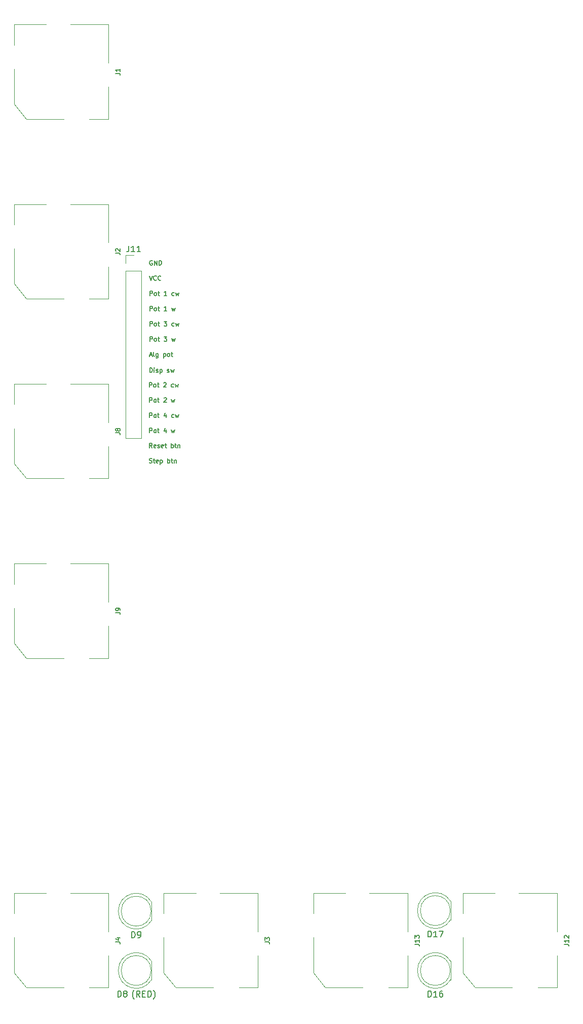
<source format=gbr>
%TF.GenerationSoftware,KiCad,Pcbnew,5.1.12-84ad8e8a86~92~ubuntu20.04.1*%
%TF.CreationDate,2021-11-13T16:11:19-05:00*%
%TF.ProjectId,gearseq,67656172-7365-4712-9e6b-696361645f70,rev?*%
%TF.SameCoordinates,Original*%
%TF.FileFunction,Legend,Top*%
%TF.FilePolarity,Positive*%
%FSLAX46Y46*%
G04 Gerber Fmt 4.6, Leading zero omitted, Abs format (unit mm)*
G04 Created by KiCad (PCBNEW 5.1.12-84ad8e8a86~92~ubuntu20.04.1) date 2021-11-13 16:11:19*
%MOMM*%
%LPD*%
G01*
G04 APERTURE LIST*
%ADD10C,0.150000*%
%ADD11C,0.120000*%
G04 APERTURE END LIST*
D10*
X50234557Y-97223571D02*
X50341700Y-97259285D01*
X50520271Y-97259285D01*
X50591700Y-97223571D01*
X50627414Y-97187857D01*
X50663128Y-97116428D01*
X50663128Y-97045000D01*
X50627414Y-96973571D01*
X50591700Y-96937857D01*
X50520271Y-96902142D01*
X50377414Y-96866428D01*
X50305985Y-96830714D01*
X50270271Y-96795000D01*
X50234557Y-96723571D01*
X50234557Y-96652142D01*
X50270271Y-96580714D01*
X50305985Y-96545000D01*
X50377414Y-96509285D01*
X50555985Y-96509285D01*
X50663128Y-96545000D01*
X50877414Y-96759285D02*
X51163128Y-96759285D01*
X50984557Y-96509285D02*
X50984557Y-97152142D01*
X51020271Y-97223571D01*
X51091700Y-97259285D01*
X51163128Y-97259285D01*
X51698842Y-97223571D02*
X51627414Y-97259285D01*
X51484557Y-97259285D01*
X51413128Y-97223571D01*
X51377414Y-97152142D01*
X51377414Y-96866428D01*
X51413128Y-96795000D01*
X51484557Y-96759285D01*
X51627414Y-96759285D01*
X51698842Y-96795000D01*
X51734557Y-96866428D01*
X51734557Y-96937857D01*
X51377414Y-97009285D01*
X52055985Y-96759285D02*
X52055985Y-97509285D01*
X52055985Y-96795000D02*
X52127414Y-96759285D01*
X52270271Y-96759285D01*
X52341700Y-96795000D01*
X52377414Y-96830714D01*
X52413128Y-96902142D01*
X52413128Y-97116428D01*
X52377414Y-97187857D01*
X52341700Y-97223571D01*
X52270271Y-97259285D01*
X52127414Y-97259285D01*
X52055985Y-97223571D01*
X53305985Y-97259285D02*
X53305985Y-96509285D01*
X53305985Y-96795000D02*
X53377414Y-96759285D01*
X53520271Y-96759285D01*
X53591700Y-96795000D01*
X53627414Y-96830714D01*
X53663128Y-96902142D01*
X53663128Y-97116428D01*
X53627414Y-97187857D01*
X53591700Y-97223571D01*
X53520271Y-97259285D01*
X53377414Y-97259285D01*
X53305985Y-97223571D01*
X53877414Y-96759285D02*
X54163128Y-96759285D01*
X53984557Y-96509285D02*
X53984557Y-97152142D01*
X54020271Y-97223571D01*
X54091700Y-97259285D01*
X54163128Y-97259285D01*
X54413128Y-96759285D02*
X54413128Y-97259285D01*
X54413128Y-96830714D02*
X54448842Y-96795000D01*
X54520271Y-96759285D01*
X54627414Y-96759285D01*
X54698842Y-96795000D01*
X54734557Y-96866428D01*
X54734557Y-97259285D01*
X50698842Y-94719285D02*
X50448842Y-94362142D01*
X50270271Y-94719285D02*
X50270271Y-93969285D01*
X50555985Y-93969285D01*
X50627414Y-94005000D01*
X50663128Y-94040714D01*
X50698842Y-94112142D01*
X50698842Y-94219285D01*
X50663128Y-94290714D01*
X50627414Y-94326428D01*
X50555985Y-94362142D01*
X50270271Y-94362142D01*
X51305985Y-94683571D02*
X51234557Y-94719285D01*
X51091700Y-94719285D01*
X51020271Y-94683571D01*
X50984557Y-94612142D01*
X50984557Y-94326428D01*
X51020271Y-94255000D01*
X51091700Y-94219285D01*
X51234557Y-94219285D01*
X51305985Y-94255000D01*
X51341700Y-94326428D01*
X51341700Y-94397857D01*
X50984557Y-94469285D01*
X51627414Y-94683571D02*
X51698842Y-94719285D01*
X51841700Y-94719285D01*
X51913128Y-94683571D01*
X51948842Y-94612142D01*
X51948842Y-94576428D01*
X51913128Y-94505000D01*
X51841700Y-94469285D01*
X51734557Y-94469285D01*
X51663128Y-94433571D01*
X51627414Y-94362142D01*
X51627414Y-94326428D01*
X51663128Y-94255000D01*
X51734557Y-94219285D01*
X51841700Y-94219285D01*
X51913128Y-94255000D01*
X52555985Y-94683571D02*
X52484557Y-94719285D01*
X52341700Y-94719285D01*
X52270271Y-94683571D01*
X52234557Y-94612142D01*
X52234557Y-94326428D01*
X52270271Y-94255000D01*
X52341700Y-94219285D01*
X52484557Y-94219285D01*
X52555985Y-94255000D01*
X52591700Y-94326428D01*
X52591700Y-94397857D01*
X52234557Y-94469285D01*
X52805985Y-94219285D02*
X53091700Y-94219285D01*
X52913128Y-93969285D02*
X52913128Y-94612142D01*
X52948842Y-94683571D01*
X53020271Y-94719285D01*
X53091700Y-94719285D01*
X53913128Y-94719285D02*
X53913128Y-93969285D01*
X53913128Y-94255000D02*
X53984557Y-94219285D01*
X54127414Y-94219285D01*
X54198842Y-94255000D01*
X54234557Y-94290714D01*
X54270271Y-94362142D01*
X54270271Y-94576428D01*
X54234557Y-94647857D01*
X54198842Y-94683571D01*
X54127414Y-94719285D01*
X53984557Y-94719285D01*
X53913128Y-94683571D01*
X54484557Y-94219285D02*
X54770271Y-94219285D01*
X54591700Y-93969285D02*
X54591700Y-94612142D01*
X54627414Y-94683571D01*
X54698842Y-94719285D01*
X54770271Y-94719285D01*
X55020271Y-94219285D02*
X55020271Y-94719285D01*
X55020271Y-94290714D02*
X55055985Y-94255000D01*
X55127414Y-94219285D01*
X55234557Y-94219285D01*
X55305985Y-94255000D01*
X55341700Y-94326428D01*
X55341700Y-94719285D01*
X50289071Y-82146285D02*
X50289071Y-81396285D01*
X50467642Y-81396285D01*
X50574785Y-81432000D01*
X50646214Y-81503428D01*
X50681928Y-81574857D01*
X50717642Y-81717714D01*
X50717642Y-81824857D01*
X50681928Y-81967714D01*
X50646214Y-82039142D01*
X50574785Y-82110571D01*
X50467642Y-82146285D01*
X50289071Y-82146285D01*
X51039071Y-82146285D02*
X51039071Y-81646285D01*
X51039071Y-81396285D02*
X51003357Y-81432000D01*
X51039071Y-81467714D01*
X51074785Y-81432000D01*
X51039071Y-81396285D01*
X51039071Y-81467714D01*
X51360500Y-82110571D02*
X51431928Y-82146285D01*
X51574785Y-82146285D01*
X51646214Y-82110571D01*
X51681928Y-82039142D01*
X51681928Y-82003428D01*
X51646214Y-81932000D01*
X51574785Y-81896285D01*
X51467642Y-81896285D01*
X51396214Y-81860571D01*
X51360500Y-81789142D01*
X51360500Y-81753428D01*
X51396214Y-81682000D01*
X51467642Y-81646285D01*
X51574785Y-81646285D01*
X51646214Y-81682000D01*
X52003357Y-81646285D02*
X52003357Y-82396285D01*
X52003357Y-81682000D02*
X52074785Y-81646285D01*
X52217642Y-81646285D01*
X52289071Y-81682000D01*
X52324785Y-81717714D01*
X52360500Y-81789142D01*
X52360500Y-82003428D01*
X52324785Y-82074857D01*
X52289071Y-82110571D01*
X52217642Y-82146285D01*
X52074785Y-82146285D01*
X52003357Y-82110571D01*
X53217642Y-82110571D02*
X53289071Y-82146285D01*
X53431928Y-82146285D01*
X53503357Y-82110571D01*
X53539071Y-82039142D01*
X53539071Y-82003428D01*
X53503357Y-81932000D01*
X53431928Y-81896285D01*
X53324785Y-81896285D01*
X53253357Y-81860571D01*
X53217642Y-81789142D01*
X53217642Y-81753428D01*
X53253357Y-81682000D01*
X53324785Y-81646285D01*
X53431928Y-81646285D01*
X53503357Y-81682000D01*
X53789071Y-81646285D02*
X53931928Y-82146285D01*
X54074785Y-81789142D01*
X54217642Y-82146285D01*
X54360500Y-81646285D01*
X47706561Y-186789533D02*
X47658942Y-186741914D01*
X47563704Y-186599057D01*
X47516085Y-186503819D01*
X47468466Y-186360961D01*
X47420847Y-186122866D01*
X47420847Y-185932390D01*
X47468466Y-185694295D01*
X47516085Y-185551438D01*
X47563704Y-185456200D01*
X47658942Y-185313342D01*
X47706561Y-185265723D01*
X48658942Y-186408580D02*
X48325609Y-185932390D01*
X48087514Y-186408580D02*
X48087514Y-185408580D01*
X48468466Y-185408580D01*
X48563704Y-185456200D01*
X48611323Y-185503819D01*
X48658942Y-185599057D01*
X48658942Y-185741914D01*
X48611323Y-185837152D01*
X48563704Y-185884771D01*
X48468466Y-185932390D01*
X48087514Y-185932390D01*
X49087514Y-185884771D02*
X49420847Y-185884771D01*
X49563704Y-186408580D02*
X49087514Y-186408580D01*
X49087514Y-185408580D01*
X49563704Y-185408580D01*
X49992276Y-186408580D02*
X49992276Y-185408580D01*
X50230371Y-185408580D01*
X50373228Y-185456200D01*
X50468466Y-185551438D01*
X50516085Y-185646676D01*
X50563704Y-185837152D01*
X50563704Y-185980009D01*
X50516085Y-186170485D01*
X50468466Y-186265723D01*
X50373228Y-186360961D01*
X50230371Y-186408580D01*
X49992276Y-186408580D01*
X50897038Y-186789533D02*
X50944657Y-186741914D01*
X51039895Y-186599057D01*
X51087514Y-186503819D01*
X51135133Y-186360961D01*
X51182752Y-186122866D01*
X51182752Y-185932390D01*
X51135133Y-185694295D01*
X51087514Y-185551438D01*
X51039895Y-185456200D01*
X50944657Y-185313342D01*
X50897038Y-185265723D01*
X50238271Y-84622785D02*
X50238271Y-83872785D01*
X50523985Y-83872785D01*
X50595414Y-83908500D01*
X50631128Y-83944214D01*
X50666842Y-84015642D01*
X50666842Y-84122785D01*
X50631128Y-84194214D01*
X50595414Y-84229928D01*
X50523985Y-84265642D01*
X50238271Y-84265642D01*
X51095414Y-84622785D02*
X51023985Y-84587071D01*
X50988271Y-84551357D01*
X50952557Y-84479928D01*
X50952557Y-84265642D01*
X50988271Y-84194214D01*
X51023985Y-84158500D01*
X51095414Y-84122785D01*
X51202557Y-84122785D01*
X51273985Y-84158500D01*
X51309700Y-84194214D01*
X51345414Y-84265642D01*
X51345414Y-84479928D01*
X51309700Y-84551357D01*
X51273985Y-84587071D01*
X51202557Y-84622785D01*
X51095414Y-84622785D01*
X51559700Y-84122785D02*
X51845414Y-84122785D01*
X51666842Y-83872785D02*
X51666842Y-84515642D01*
X51702557Y-84587071D01*
X51773985Y-84622785D01*
X51845414Y-84622785D01*
X52631128Y-83944214D02*
X52666842Y-83908500D01*
X52738271Y-83872785D01*
X52916842Y-83872785D01*
X52988271Y-83908500D01*
X53023985Y-83944214D01*
X53059700Y-84015642D01*
X53059700Y-84087071D01*
X53023985Y-84194214D01*
X52595414Y-84622785D01*
X53059700Y-84622785D01*
X54273985Y-84587071D02*
X54202557Y-84622785D01*
X54059700Y-84622785D01*
X53988271Y-84587071D01*
X53952557Y-84551357D01*
X53916842Y-84479928D01*
X53916842Y-84265642D01*
X53952557Y-84194214D01*
X53988271Y-84158500D01*
X54059700Y-84122785D01*
X54202557Y-84122785D01*
X54273985Y-84158500D01*
X54523985Y-84122785D02*
X54666842Y-84622785D01*
X54809700Y-84265642D01*
X54952557Y-84622785D01*
X55095414Y-84122785D01*
X50321071Y-74399285D02*
X50321071Y-73649285D01*
X50606785Y-73649285D01*
X50678214Y-73685000D01*
X50713928Y-73720714D01*
X50749642Y-73792142D01*
X50749642Y-73899285D01*
X50713928Y-73970714D01*
X50678214Y-74006428D01*
X50606785Y-74042142D01*
X50321071Y-74042142D01*
X51178214Y-74399285D02*
X51106785Y-74363571D01*
X51071071Y-74327857D01*
X51035357Y-74256428D01*
X51035357Y-74042142D01*
X51071071Y-73970714D01*
X51106785Y-73935000D01*
X51178214Y-73899285D01*
X51285357Y-73899285D01*
X51356785Y-73935000D01*
X51392500Y-73970714D01*
X51428214Y-74042142D01*
X51428214Y-74256428D01*
X51392500Y-74327857D01*
X51356785Y-74363571D01*
X51285357Y-74399285D01*
X51178214Y-74399285D01*
X51642500Y-73899285D02*
X51928214Y-73899285D01*
X51749642Y-73649285D02*
X51749642Y-74292142D01*
X51785357Y-74363571D01*
X51856785Y-74399285D01*
X51928214Y-74399285D01*
X52678214Y-73649285D02*
X53142500Y-73649285D01*
X52892500Y-73935000D01*
X52999642Y-73935000D01*
X53071071Y-73970714D01*
X53106785Y-74006428D01*
X53142500Y-74077857D01*
X53142500Y-74256428D01*
X53106785Y-74327857D01*
X53071071Y-74363571D01*
X52999642Y-74399285D01*
X52785357Y-74399285D01*
X52713928Y-74363571D01*
X52678214Y-74327857D01*
X54356785Y-74363571D02*
X54285357Y-74399285D01*
X54142500Y-74399285D01*
X54071071Y-74363571D01*
X54035357Y-74327857D01*
X53999642Y-74256428D01*
X53999642Y-74042142D01*
X54035357Y-73970714D01*
X54071071Y-73935000D01*
X54142500Y-73899285D01*
X54285357Y-73899285D01*
X54356785Y-73935000D01*
X54606785Y-73899285D02*
X54749642Y-74399285D01*
X54892500Y-74042142D01*
X55035357Y-74399285D01*
X55178214Y-73899285D01*
X50321071Y-69319285D02*
X50321071Y-68569285D01*
X50606785Y-68569285D01*
X50678214Y-68605000D01*
X50713928Y-68640714D01*
X50749642Y-68712142D01*
X50749642Y-68819285D01*
X50713928Y-68890714D01*
X50678214Y-68926428D01*
X50606785Y-68962142D01*
X50321071Y-68962142D01*
X51178214Y-69319285D02*
X51106785Y-69283571D01*
X51071071Y-69247857D01*
X51035357Y-69176428D01*
X51035357Y-68962142D01*
X51071071Y-68890714D01*
X51106785Y-68855000D01*
X51178214Y-68819285D01*
X51285357Y-68819285D01*
X51356785Y-68855000D01*
X51392500Y-68890714D01*
X51428214Y-68962142D01*
X51428214Y-69176428D01*
X51392500Y-69247857D01*
X51356785Y-69283571D01*
X51285357Y-69319285D01*
X51178214Y-69319285D01*
X51642500Y-68819285D02*
X51928214Y-68819285D01*
X51749642Y-68569285D02*
X51749642Y-69212142D01*
X51785357Y-69283571D01*
X51856785Y-69319285D01*
X51928214Y-69319285D01*
X53142500Y-69319285D02*
X52713928Y-69319285D01*
X52928214Y-69319285D02*
X52928214Y-68569285D01*
X52856785Y-68676428D01*
X52785357Y-68747857D01*
X52713928Y-68783571D01*
X54356785Y-69283571D02*
X54285357Y-69319285D01*
X54142500Y-69319285D01*
X54071071Y-69283571D01*
X54035357Y-69247857D01*
X53999642Y-69176428D01*
X53999642Y-68962142D01*
X54035357Y-68890714D01*
X54071071Y-68855000D01*
X54142500Y-68819285D01*
X54285357Y-68819285D01*
X54356785Y-68855000D01*
X54606785Y-68819285D02*
X54749642Y-69319285D01*
X54892500Y-68962142D01*
X55035357Y-69319285D01*
X55178214Y-68819285D01*
X50213928Y-66029285D02*
X50463928Y-66779285D01*
X50713928Y-66029285D01*
X51392500Y-66707857D02*
X51356785Y-66743571D01*
X51249642Y-66779285D01*
X51178214Y-66779285D01*
X51071071Y-66743571D01*
X50999642Y-66672142D01*
X50963928Y-66600714D01*
X50928214Y-66457857D01*
X50928214Y-66350714D01*
X50963928Y-66207857D01*
X50999642Y-66136428D01*
X51071071Y-66065000D01*
X51178214Y-66029285D01*
X51249642Y-66029285D01*
X51356785Y-66065000D01*
X51392500Y-66100714D01*
X52142500Y-66707857D02*
X52106785Y-66743571D01*
X51999642Y-66779285D01*
X51928214Y-66779285D01*
X51821071Y-66743571D01*
X51749642Y-66672142D01*
X51713928Y-66600714D01*
X51678214Y-66457857D01*
X51678214Y-66350714D01*
X51713928Y-66207857D01*
X51749642Y-66136428D01*
X51821071Y-66065000D01*
X51928214Y-66029285D01*
X51999642Y-66029285D01*
X52106785Y-66065000D01*
X52142500Y-66100714D01*
X50321071Y-76939285D02*
X50321071Y-76189285D01*
X50606785Y-76189285D01*
X50678214Y-76225000D01*
X50713928Y-76260714D01*
X50749642Y-76332142D01*
X50749642Y-76439285D01*
X50713928Y-76510714D01*
X50678214Y-76546428D01*
X50606785Y-76582142D01*
X50321071Y-76582142D01*
X51178214Y-76939285D02*
X51106785Y-76903571D01*
X51071071Y-76867857D01*
X51035357Y-76796428D01*
X51035357Y-76582142D01*
X51071071Y-76510714D01*
X51106785Y-76475000D01*
X51178214Y-76439285D01*
X51285357Y-76439285D01*
X51356785Y-76475000D01*
X51392500Y-76510714D01*
X51428214Y-76582142D01*
X51428214Y-76796428D01*
X51392500Y-76867857D01*
X51356785Y-76903571D01*
X51285357Y-76939285D01*
X51178214Y-76939285D01*
X51642500Y-76439285D02*
X51928214Y-76439285D01*
X51749642Y-76189285D02*
X51749642Y-76832142D01*
X51785357Y-76903571D01*
X51856785Y-76939285D01*
X51928214Y-76939285D01*
X52678214Y-76189285D02*
X53142500Y-76189285D01*
X52892500Y-76475000D01*
X52999642Y-76475000D01*
X53071071Y-76510714D01*
X53106785Y-76546428D01*
X53142500Y-76617857D01*
X53142500Y-76796428D01*
X53106785Y-76867857D01*
X53071071Y-76903571D01*
X52999642Y-76939285D01*
X52785357Y-76939285D01*
X52713928Y-76903571D01*
X52678214Y-76867857D01*
X53963928Y-76439285D02*
X54106785Y-76939285D01*
X54249642Y-76582142D01*
X54392500Y-76939285D01*
X54535357Y-76439285D01*
X50270271Y-87162785D02*
X50270271Y-86412785D01*
X50555985Y-86412785D01*
X50627414Y-86448500D01*
X50663128Y-86484214D01*
X50698842Y-86555642D01*
X50698842Y-86662785D01*
X50663128Y-86734214D01*
X50627414Y-86769928D01*
X50555985Y-86805642D01*
X50270271Y-86805642D01*
X51127414Y-87162785D02*
X51055985Y-87127071D01*
X51020271Y-87091357D01*
X50984557Y-87019928D01*
X50984557Y-86805642D01*
X51020271Y-86734214D01*
X51055985Y-86698500D01*
X51127414Y-86662785D01*
X51234557Y-86662785D01*
X51305985Y-86698500D01*
X51341700Y-86734214D01*
X51377414Y-86805642D01*
X51377414Y-87019928D01*
X51341700Y-87091357D01*
X51305985Y-87127071D01*
X51234557Y-87162785D01*
X51127414Y-87162785D01*
X51591700Y-86662785D02*
X51877414Y-86662785D01*
X51698842Y-86412785D02*
X51698842Y-87055642D01*
X51734557Y-87127071D01*
X51805985Y-87162785D01*
X51877414Y-87162785D01*
X52663128Y-86484214D02*
X52698842Y-86448500D01*
X52770271Y-86412785D01*
X52948842Y-86412785D01*
X53020271Y-86448500D01*
X53055985Y-86484214D01*
X53091700Y-86555642D01*
X53091700Y-86627071D01*
X53055985Y-86734214D01*
X52627414Y-87162785D01*
X53091700Y-87162785D01*
X53913128Y-86662785D02*
X54055985Y-87162785D01*
X54198842Y-86805642D01*
X54341700Y-87162785D01*
X54484557Y-86662785D01*
X50285357Y-79265000D02*
X50642500Y-79265000D01*
X50213928Y-79479285D02*
X50463928Y-78729285D01*
X50713928Y-79479285D01*
X51071071Y-79479285D02*
X50999642Y-79443571D01*
X50963928Y-79372142D01*
X50963928Y-78729285D01*
X51678214Y-78979285D02*
X51678214Y-79586428D01*
X51642500Y-79657857D01*
X51606785Y-79693571D01*
X51535357Y-79729285D01*
X51428214Y-79729285D01*
X51356785Y-79693571D01*
X51678214Y-79443571D02*
X51606785Y-79479285D01*
X51463928Y-79479285D01*
X51392500Y-79443571D01*
X51356785Y-79407857D01*
X51321071Y-79336428D01*
X51321071Y-79122142D01*
X51356785Y-79050714D01*
X51392500Y-79015000D01*
X51463928Y-78979285D01*
X51606785Y-78979285D01*
X51678214Y-79015000D01*
X52606785Y-78979285D02*
X52606785Y-79729285D01*
X52606785Y-79015000D02*
X52678214Y-78979285D01*
X52821071Y-78979285D01*
X52892500Y-79015000D01*
X52928214Y-79050714D01*
X52963928Y-79122142D01*
X52963928Y-79336428D01*
X52928214Y-79407857D01*
X52892500Y-79443571D01*
X52821071Y-79479285D01*
X52678214Y-79479285D01*
X52606785Y-79443571D01*
X53392500Y-79479285D02*
X53321071Y-79443571D01*
X53285357Y-79407857D01*
X53249642Y-79336428D01*
X53249642Y-79122142D01*
X53285357Y-79050714D01*
X53321071Y-79015000D01*
X53392500Y-78979285D01*
X53499642Y-78979285D01*
X53571071Y-79015000D01*
X53606785Y-79050714D01*
X53642500Y-79122142D01*
X53642500Y-79336428D01*
X53606785Y-79407857D01*
X53571071Y-79443571D01*
X53499642Y-79479285D01*
X53392500Y-79479285D01*
X53856785Y-78979285D02*
X54142500Y-78979285D01*
X53963928Y-78729285D02*
X53963928Y-79372142D01*
X53999642Y-79443571D01*
X54071071Y-79479285D01*
X54142500Y-79479285D01*
X50270271Y-92242785D02*
X50270271Y-91492785D01*
X50555985Y-91492785D01*
X50627414Y-91528500D01*
X50663128Y-91564214D01*
X50698842Y-91635642D01*
X50698842Y-91742785D01*
X50663128Y-91814214D01*
X50627414Y-91849928D01*
X50555985Y-91885642D01*
X50270271Y-91885642D01*
X51127414Y-92242785D02*
X51055985Y-92207071D01*
X51020271Y-92171357D01*
X50984557Y-92099928D01*
X50984557Y-91885642D01*
X51020271Y-91814214D01*
X51055985Y-91778500D01*
X51127414Y-91742785D01*
X51234557Y-91742785D01*
X51305985Y-91778500D01*
X51341700Y-91814214D01*
X51377414Y-91885642D01*
X51377414Y-92099928D01*
X51341700Y-92171357D01*
X51305985Y-92207071D01*
X51234557Y-92242785D01*
X51127414Y-92242785D01*
X51591700Y-91742785D02*
X51877414Y-91742785D01*
X51698842Y-91492785D02*
X51698842Y-92135642D01*
X51734557Y-92207071D01*
X51805985Y-92242785D01*
X51877414Y-92242785D01*
X53020271Y-91742785D02*
X53020271Y-92242785D01*
X52841700Y-91457071D02*
X52663128Y-91992785D01*
X53127414Y-91992785D01*
X53913128Y-91742785D02*
X54055985Y-92242785D01*
X54198842Y-91885642D01*
X54341700Y-92242785D01*
X54484557Y-91742785D01*
X50321071Y-71859285D02*
X50321071Y-71109285D01*
X50606785Y-71109285D01*
X50678214Y-71145000D01*
X50713928Y-71180714D01*
X50749642Y-71252142D01*
X50749642Y-71359285D01*
X50713928Y-71430714D01*
X50678214Y-71466428D01*
X50606785Y-71502142D01*
X50321071Y-71502142D01*
X51178214Y-71859285D02*
X51106785Y-71823571D01*
X51071071Y-71787857D01*
X51035357Y-71716428D01*
X51035357Y-71502142D01*
X51071071Y-71430714D01*
X51106785Y-71395000D01*
X51178214Y-71359285D01*
X51285357Y-71359285D01*
X51356785Y-71395000D01*
X51392500Y-71430714D01*
X51428214Y-71502142D01*
X51428214Y-71716428D01*
X51392500Y-71787857D01*
X51356785Y-71823571D01*
X51285357Y-71859285D01*
X51178214Y-71859285D01*
X51642500Y-71359285D02*
X51928214Y-71359285D01*
X51749642Y-71109285D02*
X51749642Y-71752142D01*
X51785357Y-71823571D01*
X51856785Y-71859285D01*
X51928214Y-71859285D01*
X53142500Y-71859285D02*
X52713928Y-71859285D01*
X52928214Y-71859285D02*
X52928214Y-71109285D01*
X52856785Y-71216428D01*
X52785357Y-71287857D01*
X52713928Y-71323571D01*
X53963928Y-71359285D02*
X54106785Y-71859285D01*
X54249642Y-71502142D01*
X54392500Y-71859285D01*
X54535357Y-71359285D01*
X50713928Y-63525000D02*
X50642500Y-63489285D01*
X50535357Y-63489285D01*
X50428214Y-63525000D01*
X50356785Y-63596428D01*
X50321071Y-63667857D01*
X50285357Y-63810714D01*
X50285357Y-63917857D01*
X50321071Y-64060714D01*
X50356785Y-64132142D01*
X50428214Y-64203571D01*
X50535357Y-64239285D01*
X50606785Y-64239285D01*
X50713928Y-64203571D01*
X50749642Y-64167857D01*
X50749642Y-63917857D01*
X50606785Y-63917857D01*
X51071071Y-64239285D02*
X51071071Y-63489285D01*
X51499642Y-64239285D01*
X51499642Y-63489285D01*
X51856785Y-64239285D02*
X51856785Y-63489285D01*
X52035357Y-63489285D01*
X52142500Y-63525000D01*
X52213928Y-63596428D01*
X52249642Y-63667857D01*
X52285357Y-63810714D01*
X52285357Y-63917857D01*
X52249642Y-64060714D01*
X52213928Y-64132142D01*
X52142500Y-64203571D01*
X52035357Y-64239285D01*
X51856785Y-64239285D01*
X50270271Y-89702785D02*
X50270271Y-88952785D01*
X50555985Y-88952785D01*
X50627414Y-88988500D01*
X50663128Y-89024214D01*
X50698842Y-89095642D01*
X50698842Y-89202785D01*
X50663128Y-89274214D01*
X50627414Y-89309928D01*
X50555985Y-89345642D01*
X50270271Y-89345642D01*
X51127414Y-89702785D02*
X51055985Y-89667071D01*
X51020271Y-89631357D01*
X50984557Y-89559928D01*
X50984557Y-89345642D01*
X51020271Y-89274214D01*
X51055985Y-89238500D01*
X51127414Y-89202785D01*
X51234557Y-89202785D01*
X51305985Y-89238500D01*
X51341700Y-89274214D01*
X51377414Y-89345642D01*
X51377414Y-89559928D01*
X51341700Y-89631357D01*
X51305985Y-89667071D01*
X51234557Y-89702785D01*
X51127414Y-89702785D01*
X51591700Y-89202785D02*
X51877414Y-89202785D01*
X51698842Y-88952785D02*
X51698842Y-89595642D01*
X51734557Y-89667071D01*
X51805985Y-89702785D01*
X51877414Y-89702785D01*
X53020271Y-89202785D02*
X53020271Y-89702785D01*
X52841700Y-88917071D02*
X52663128Y-89452785D01*
X53127414Y-89452785D01*
X54305985Y-89667071D02*
X54234557Y-89702785D01*
X54091700Y-89702785D01*
X54020271Y-89667071D01*
X53984557Y-89631357D01*
X53948842Y-89559928D01*
X53948842Y-89345642D01*
X53984557Y-89274214D01*
X54020271Y-89238500D01*
X54091700Y-89202785D01*
X54234557Y-89202785D01*
X54305985Y-89238500D01*
X54555985Y-89202785D02*
X54698842Y-89702785D01*
X54841700Y-89345642D01*
X54984557Y-89702785D01*
X55127414Y-89202785D01*
D11*
%TO.C,J11*%
X46270000Y-93170000D02*
X48930000Y-93170000D01*
X46270000Y-65170000D02*
X46270000Y-93170000D01*
X48930000Y-65170000D02*
X48930000Y-93170000D01*
X46270000Y-65170000D02*
X48930000Y-65170000D01*
X46270000Y-63900000D02*
X46270000Y-62570000D01*
X46270000Y-62570000D02*
X47600000Y-62570000D01*
%TO.C,J9*%
X43400000Y-129850000D02*
X40200000Y-129850000D01*
X29650000Y-129850000D02*
X27650000Y-127350000D01*
X27650000Y-117500000D02*
X27650000Y-114100000D01*
X27650000Y-114100000D02*
X33000000Y-114100000D01*
X43400000Y-124500000D02*
X43400000Y-129850000D01*
X27650000Y-127350000D02*
X27650000Y-121500000D01*
X35900000Y-129850000D02*
X29700000Y-129850000D01*
X29700000Y-129850000D02*
X29650000Y-129850000D01*
X43400000Y-114100000D02*
X43400000Y-120500000D01*
X37000000Y-114100000D02*
X43400000Y-114100000D01*
%TO.C,J8*%
X43400000Y-99850000D02*
X40200000Y-99850000D01*
X29650000Y-99850000D02*
X27650000Y-97350000D01*
X27650000Y-87500000D02*
X27650000Y-84100000D01*
X27650000Y-84100000D02*
X33000000Y-84100000D01*
X43400000Y-94500000D02*
X43400000Y-99850000D01*
X27650000Y-97350000D02*
X27650000Y-91500000D01*
X35900000Y-99850000D02*
X29700000Y-99850000D01*
X29700000Y-99850000D02*
X29650000Y-99850000D01*
X43400000Y-84100000D02*
X43400000Y-90500000D01*
X37000000Y-84100000D02*
X43400000Y-84100000D01*
%TO.C,J13*%
X93400000Y-184850000D02*
X90200000Y-184850000D01*
X79650000Y-184850000D02*
X77650000Y-182350000D01*
X77650000Y-172500000D02*
X77650000Y-169100000D01*
X77650000Y-169100000D02*
X83000000Y-169100000D01*
X93400000Y-179500000D02*
X93400000Y-184850000D01*
X77650000Y-182350000D02*
X77650000Y-176500000D01*
X85900000Y-184850000D02*
X79700000Y-184850000D01*
X79700000Y-184850000D02*
X79650000Y-184850000D01*
X93400000Y-169100000D02*
X93400000Y-175500000D01*
X87000000Y-169100000D02*
X93400000Y-169100000D01*
%TO.C,J12*%
X118400000Y-184850000D02*
X115200000Y-184850000D01*
X104650000Y-184850000D02*
X102650000Y-182350000D01*
X102650000Y-172500000D02*
X102650000Y-169100000D01*
X102650000Y-169100000D02*
X108000000Y-169100000D01*
X118400000Y-179500000D02*
X118400000Y-184850000D01*
X102650000Y-182350000D02*
X102650000Y-176500000D01*
X110900000Y-184850000D02*
X104700000Y-184850000D01*
X104700000Y-184850000D02*
X104650000Y-184850000D01*
X118400000Y-169100000D02*
X118400000Y-175500000D01*
X112000000Y-169100000D02*
X118400000Y-169100000D01*
%TO.C,J4*%
X43400000Y-184850000D02*
X40200000Y-184850000D01*
X29650000Y-184850000D02*
X27650000Y-182350000D01*
X27650000Y-172500000D02*
X27650000Y-169100000D01*
X27650000Y-169100000D02*
X33000000Y-169100000D01*
X43400000Y-179500000D02*
X43400000Y-184850000D01*
X27650000Y-182350000D02*
X27650000Y-176500000D01*
X35900000Y-184850000D02*
X29700000Y-184850000D01*
X29700000Y-184850000D02*
X29650000Y-184850000D01*
X43400000Y-169100000D02*
X43400000Y-175500000D01*
X37000000Y-169100000D02*
X43400000Y-169100000D01*
%TO.C,J3*%
X68400000Y-184850000D02*
X65200000Y-184850000D01*
X54650000Y-184850000D02*
X52650000Y-182350000D01*
X52650000Y-172500000D02*
X52650000Y-169100000D01*
X52650000Y-169100000D02*
X58000000Y-169100000D01*
X68400000Y-179500000D02*
X68400000Y-184850000D01*
X52650000Y-182350000D02*
X52650000Y-176500000D01*
X60900000Y-184850000D02*
X54700000Y-184850000D01*
X54700000Y-184850000D02*
X54650000Y-184850000D01*
X68400000Y-169100000D02*
X68400000Y-175500000D01*
X62000000Y-169100000D02*
X68400000Y-169100000D01*
%TO.C,J2*%
X43400000Y-69850000D02*
X40200000Y-69850000D01*
X29650000Y-69850000D02*
X27650000Y-67350000D01*
X27650000Y-57500000D02*
X27650000Y-54100000D01*
X27650000Y-54100000D02*
X33000000Y-54100000D01*
X43400000Y-64500000D02*
X43400000Y-69850000D01*
X27650000Y-67350000D02*
X27650000Y-61500000D01*
X35900000Y-69850000D02*
X29700000Y-69850000D01*
X29700000Y-69850000D02*
X29650000Y-69850000D01*
X43400000Y-54100000D02*
X43400000Y-60500000D01*
X37000000Y-54100000D02*
X43400000Y-54100000D01*
%TO.C,J1*%
X43400000Y-39850000D02*
X40200000Y-39850000D01*
X29650000Y-39850000D02*
X27650000Y-37350000D01*
X27650000Y-27500000D02*
X27650000Y-24100000D01*
X27650000Y-24100000D02*
X33000000Y-24100000D01*
X43400000Y-34500000D02*
X43400000Y-39850000D01*
X27650000Y-37350000D02*
X27650000Y-31500000D01*
X35900000Y-39850000D02*
X29700000Y-39850000D01*
X29700000Y-39850000D02*
X29650000Y-39850000D01*
X43400000Y-24100000D02*
X43400000Y-30500000D01*
X37000000Y-24100000D02*
X43400000Y-24100000D01*
%TO.C,D17*%
X100530000Y-172000000D02*
G75*
G03*
X100530000Y-172000000I-2500000J0D01*
G01*
X100590000Y-173545000D02*
X100590000Y-170455000D01*
X95040000Y-172000462D02*
G75*
G02*
X100590000Y-170455170I2990000J462D01*
G01*
X95040000Y-171999538D02*
G75*
G03*
X100590000Y-173544830I2990000J-462D01*
G01*
%TO.C,D16*%
X100530000Y-182000000D02*
G75*
G03*
X100530000Y-182000000I-2500000J0D01*
G01*
X100590000Y-183545000D02*
X100590000Y-180455000D01*
X95040000Y-182000462D02*
G75*
G02*
X100590000Y-180455170I2990000J462D01*
G01*
X95040000Y-181999538D02*
G75*
G03*
X100590000Y-183544830I2990000J-462D01*
G01*
%TO.C,D9*%
X50530000Y-172100000D02*
G75*
G03*
X50530000Y-172100000I-2500000J0D01*
G01*
X50590000Y-173645000D02*
X50590000Y-170555000D01*
X45040000Y-172100462D02*
G75*
G02*
X50590000Y-170555170I2990000J462D01*
G01*
X45040000Y-172099538D02*
G75*
G03*
X50590000Y-173644830I2990000J-462D01*
G01*
%TO.C,D8*%
X50530000Y-182000000D02*
G75*
G03*
X50530000Y-182000000I-2500000J0D01*
G01*
X50590000Y-183545000D02*
X50590000Y-180455000D01*
X45040000Y-182000462D02*
G75*
G02*
X50590000Y-180455170I2990000J462D01*
G01*
X45040000Y-181999538D02*
G75*
G03*
X50590000Y-183544830I2990000J-462D01*
G01*
%TO.C,J11*%
D10*
X46790476Y-61022380D02*
X46790476Y-61736666D01*
X46742857Y-61879523D01*
X46647619Y-61974761D01*
X46504761Y-62022380D01*
X46409523Y-62022380D01*
X47790476Y-62022380D02*
X47219047Y-62022380D01*
X47504761Y-62022380D02*
X47504761Y-61022380D01*
X47409523Y-61165238D01*
X47314285Y-61260476D01*
X47219047Y-61308095D01*
X48742857Y-62022380D02*
X48171428Y-62022380D01*
X48457142Y-62022380D02*
X48457142Y-61022380D01*
X48361904Y-61165238D01*
X48266666Y-61260476D01*
X48171428Y-61308095D01*
%TO.C,J9*%
X44589285Y-122250000D02*
X45125000Y-122250000D01*
X45232142Y-122285714D01*
X45303571Y-122357142D01*
X45339285Y-122464285D01*
X45339285Y-122535714D01*
X45339285Y-121857142D02*
X45339285Y-121714285D01*
X45303571Y-121642857D01*
X45267857Y-121607142D01*
X45160714Y-121535714D01*
X45017857Y-121500000D01*
X44732142Y-121500000D01*
X44660714Y-121535714D01*
X44625000Y-121571428D01*
X44589285Y-121642857D01*
X44589285Y-121785714D01*
X44625000Y-121857142D01*
X44660714Y-121892857D01*
X44732142Y-121928571D01*
X44910714Y-121928571D01*
X44982142Y-121892857D01*
X45017857Y-121857142D01*
X45053571Y-121785714D01*
X45053571Y-121642857D01*
X45017857Y-121571428D01*
X44982142Y-121535714D01*
X44910714Y-121500000D01*
%TO.C,J8*%
X44589285Y-92250000D02*
X45125000Y-92250000D01*
X45232142Y-92285714D01*
X45303571Y-92357142D01*
X45339285Y-92464285D01*
X45339285Y-92535714D01*
X44910714Y-91785714D02*
X44875000Y-91857142D01*
X44839285Y-91892857D01*
X44767857Y-91928571D01*
X44732142Y-91928571D01*
X44660714Y-91892857D01*
X44625000Y-91857142D01*
X44589285Y-91785714D01*
X44589285Y-91642857D01*
X44625000Y-91571428D01*
X44660714Y-91535714D01*
X44732142Y-91500000D01*
X44767857Y-91500000D01*
X44839285Y-91535714D01*
X44875000Y-91571428D01*
X44910714Y-91642857D01*
X44910714Y-91785714D01*
X44946428Y-91857142D01*
X44982142Y-91892857D01*
X45053571Y-91928571D01*
X45196428Y-91928571D01*
X45267857Y-91892857D01*
X45303571Y-91857142D01*
X45339285Y-91785714D01*
X45339285Y-91642857D01*
X45303571Y-91571428D01*
X45267857Y-91535714D01*
X45196428Y-91500000D01*
X45053571Y-91500000D01*
X44982142Y-91535714D01*
X44946428Y-91571428D01*
X44910714Y-91642857D01*
%TO.C,J13*%
X94589285Y-177607142D02*
X95125000Y-177607142D01*
X95232142Y-177642857D01*
X95303571Y-177714285D01*
X95339285Y-177821428D01*
X95339285Y-177892857D01*
X95339285Y-176857142D02*
X95339285Y-177285714D01*
X95339285Y-177071428D02*
X94589285Y-177071428D01*
X94696428Y-177142857D01*
X94767857Y-177214285D01*
X94803571Y-177285714D01*
X94589285Y-176607142D02*
X94589285Y-176142857D01*
X94875000Y-176392857D01*
X94875000Y-176285714D01*
X94910714Y-176214285D01*
X94946428Y-176178571D01*
X95017857Y-176142857D01*
X95196428Y-176142857D01*
X95267857Y-176178571D01*
X95303571Y-176214285D01*
X95339285Y-176285714D01*
X95339285Y-176500000D01*
X95303571Y-176571428D01*
X95267857Y-176607142D01*
%TO.C,J12*%
X119589285Y-177607142D02*
X120125000Y-177607142D01*
X120232142Y-177642857D01*
X120303571Y-177714285D01*
X120339285Y-177821428D01*
X120339285Y-177892857D01*
X120339285Y-176857142D02*
X120339285Y-177285714D01*
X120339285Y-177071428D02*
X119589285Y-177071428D01*
X119696428Y-177142857D01*
X119767857Y-177214285D01*
X119803571Y-177285714D01*
X119660714Y-176571428D02*
X119625000Y-176535714D01*
X119589285Y-176464285D01*
X119589285Y-176285714D01*
X119625000Y-176214285D01*
X119660714Y-176178571D01*
X119732142Y-176142857D01*
X119803571Y-176142857D01*
X119910714Y-176178571D01*
X120339285Y-176607142D01*
X120339285Y-176142857D01*
%TO.C,J4*%
X44589285Y-177250000D02*
X45125000Y-177250000D01*
X45232142Y-177285714D01*
X45303571Y-177357142D01*
X45339285Y-177464285D01*
X45339285Y-177535714D01*
X44839285Y-176571428D02*
X45339285Y-176571428D01*
X44553571Y-176750000D02*
X45089285Y-176928571D01*
X45089285Y-176464285D01*
%TO.C,J3*%
X69589285Y-177250000D02*
X70125000Y-177250000D01*
X70232142Y-177285714D01*
X70303571Y-177357142D01*
X70339285Y-177464285D01*
X70339285Y-177535714D01*
X69589285Y-176964285D02*
X69589285Y-176500000D01*
X69875000Y-176750000D01*
X69875000Y-176642857D01*
X69910714Y-176571428D01*
X69946428Y-176535714D01*
X70017857Y-176500000D01*
X70196428Y-176500000D01*
X70267857Y-176535714D01*
X70303571Y-176571428D01*
X70339285Y-176642857D01*
X70339285Y-176857142D01*
X70303571Y-176928571D01*
X70267857Y-176964285D01*
%TO.C,J2*%
X44589285Y-62250000D02*
X45125000Y-62250000D01*
X45232142Y-62285714D01*
X45303571Y-62357142D01*
X45339285Y-62464285D01*
X45339285Y-62535714D01*
X44660714Y-61928571D02*
X44625000Y-61892857D01*
X44589285Y-61821428D01*
X44589285Y-61642857D01*
X44625000Y-61571428D01*
X44660714Y-61535714D01*
X44732142Y-61500000D01*
X44803571Y-61500000D01*
X44910714Y-61535714D01*
X45339285Y-61964285D01*
X45339285Y-61500000D01*
%TO.C,J1*%
X44589285Y-32250000D02*
X45125000Y-32250000D01*
X45232142Y-32285714D01*
X45303571Y-32357142D01*
X45339285Y-32464285D01*
X45339285Y-32535714D01*
X45339285Y-31500000D02*
X45339285Y-31928571D01*
X45339285Y-31714285D02*
X44589285Y-31714285D01*
X44696428Y-31785714D01*
X44767857Y-31857142D01*
X44803571Y-31928571D01*
%TO.C,D17*%
X96815714Y-176412380D02*
X96815714Y-175412380D01*
X97053809Y-175412380D01*
X97196666Y-175460000D01*
X97291904Y-175555238D01*
X97339523Y-175650476D01*
X97387142Y-175840952D01*
X97387142Y-175983809D01*
X97339523Y-176174285D01*
X97291904Y-176269523D01*
X97196666Y-176364761D01*
X97053809Y-176412380D01*
X96815714Y-176412380D01*
X98339523Y-176412380D02*
X97768095Y-176412380D01*
X98053809Y-176412380D02*
X98053809Y-175412380D01*
X97958571Y-175555238D01*
X97863333Y-175650476D01*
X97768095Y-175698095D01*
X98672857Y-175412380D02*
X99339523Y-175412380D01*
X98910952Y-176412380D01*
%TO.C,D16*%
X96815714Y-186412380D02*
X96815714Y-185412380D01*
X97053809Y-185412380D01*
X97196666Y-185460000D01*
X97291904Y-185555238D01*
X97339523Y-185650476D01*
X97387142Y-185840952D01*
X97387142Y-185983809D01*
X97339523Y-186174285D01*
X97291904Y-186269523D01*
X97196666Y-186364761D01*
X97053809Y-186412380D01*
X96815714Y-186412380D01*
X98339523Y-186412380D02*
X97768095Y-186412380D01*
X98053809Y-186412380D02*
X98053809Y-185412380D01*
X97958571Y-185555238D01*
X97863333Y-185650476D01*
X97768095Y-185698095D01*
X99196666Y-185412380D02*
X99006190Y-185412380D01*
X98910952Y-185460000D01*
X98863333Y-185507619D01*
X98768095Y-185650476D01*
X98720476Y-185840952D01*
X98720476Y-186221904D01*
X98768095Y-186317142D01*
X98815714Y-186364761D01*
X98910952Y-186412380D01*
X99101428Y-186412380D01*
X99196666Y-186364761D01*
X99244285Y-186317142D01*
X99291904Y-186221904D01*
X99291904Y-185983809D01*
X99244285Y-185888571D01*
X99196666Y-185840952D01*
X99101428Y-185793333D01*
X98910952Y-185793333D01*
X98815714Y-185840952D01*
X98768095Y-185888571D01*
X98720476Y-185983809D01*
%TO.C,D9*%
X47291904Y-176512380D02*
X47291904Y-175512380D01*
X47530000Y-175512380D01*
X47672857Y-175560000D01*
X47768095Y-175655238D01*
X47815714Y-175750476D01*
X47863333Y-175940952D01*
X47863333Y-176083809D01*
X47815714Y-176274285D01*
X47768095Y-176369523D01*
X47672857Y-176464761D01*
X47530000Y-176512380D01*
X47291904Y-176512380D01*
X48339523Y-176512380D02*
X48530000Y-176512380D01*
X48625238Y-176464761D01*
X48672857Y-176417142D01*
X48768095Y-176274285D01*
X48815714Y-176083809D01*
X48815714Y-175702857D01*
X48768095Y-175607619D01*
X48720476Y-175560000D01*
X48625238Y-175512380D01*
X48434761Y-175512380D01*
X48339523Y-175560000D01*
X48291904Y-175607619D01*
X48244285Y-175702857D01*
X48244285Y-175940952D01*
X48291904Y-176036190D01*
X48339523Y-176083809D01*
X48434761Y-176131428D01*
X48625238Y-176131428D01*
X48720476Y-176083809D01*
X48768095Y-176036190D01*
X48815714Y-175940952D01*
%TO.C,D8*%
X44956904Y-186412380D02*
X44956904Y-185412380D01*
X45195000Y-185412380D01*
X45337857Y-185460000D01*
X45433095Y-185555238D01*
X45480714Y-185650476D01*
X45528333Y-185840952D01*
X45528333Y-185983809D01*
X45480714Y-186174285D01*
X45433095Y-186269523D01*
X45337857Y-186364761D01*
X45195000Y-186412380D01*
X44956904Y-186412380D01*
X46099761Y-185840952D02*
X46004523Y-185793333D01*
X45956904Y-185745714D01*
X45909285Y-185650476D01*
X45909285Y-185602857D01*
X45956904Y-185507619D01*
X46004523Y-185460000D01*
X46099761Y-185412380D01*
X46290238Y-185412380D01*
X46385476Y-185460000D01*
X46433095Y-185507619D01*
X46480714Y-185602857D01*
X46480714Y-185650476D01*
X46433095Y-185745714D01*
X46385476Y-185793333D01*
X46290238Y-185840952D01*
X46099761Y-185840952D01*
X46004523Y-185888571D01*
X45956904Y-185936190D01*
X45909285Y-186031428D01*
X45909285Y-186221904D01*
X45956904Y-186317142D01*
X46004523Y-186364761D01*
X46099761Y-186412380D01*
X46290238Y-186412380D01*
X46385476Y-186364761D01*
X46433095Y-186317142D01*
X46480714Y-186221904D01*
X46480714Y-186031428D01*
X46433095Y-185936190D01*
X46385476Y-185888571D01*
X46290238Y-185840952D01*
%TD*%
M02*

</source>
